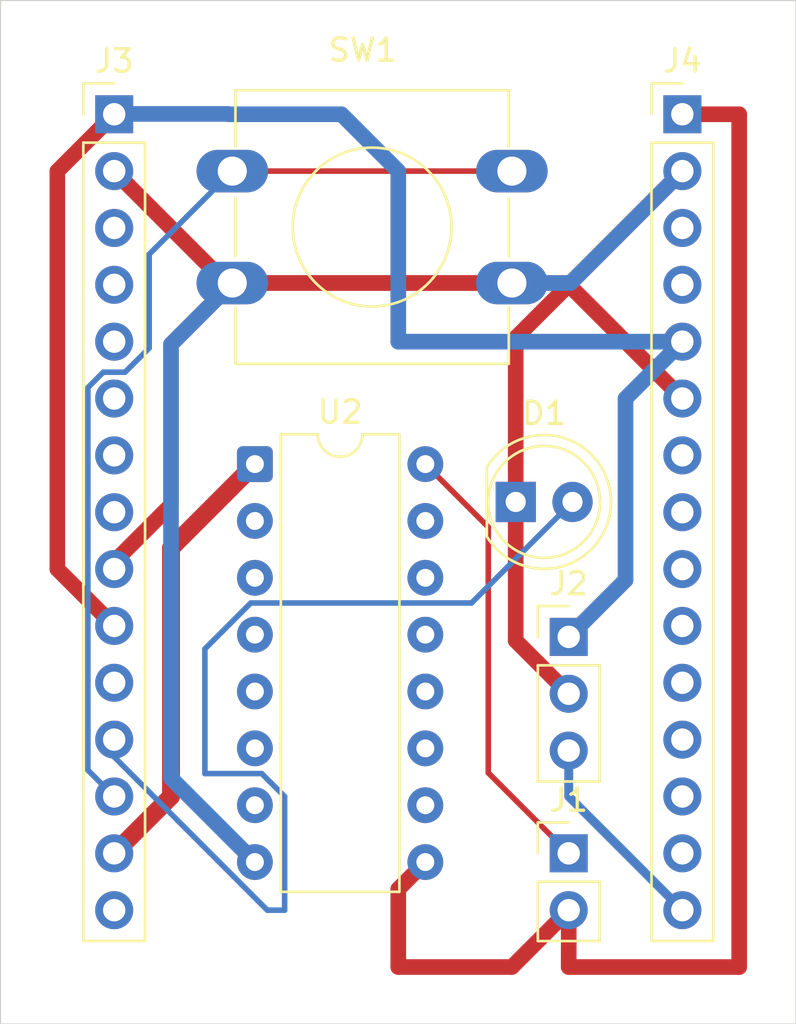
<source format=kicad_pcb>
(kicad_pcb (version 20241229) (generator "pcbnew") (generator_version "9.0")
  (layers (0 "F.Cu" signal) (2 "B.Cu" signal) (13 "F.Paste" user) (15 "B.Paste" user) (5 "F.SilkS" user "F.Silkscreen") (7 "B.SilkS" user "B.Silkscreen") (1 "F.Mask" user) (3 "B.Mask" user) (25 "Edge.Cuts" user))
  (net 0 "")
  (net 1 "/GND")
  (net 2 "/D3")
  (net 3 "Net-(J1-Pin_1)")
  (net 4 "/VIN")
  (net 5 "/3V3")
  (net 6 "/A0")
  (net 7 "/D8")
  (net 8 "/RX")
  (net 9 "/D2")
  (net 10 "/D6")
  (net 11 "/D1")
  (net 12 "/D0")
  (net 13 "/D7")
  (net 14 "/TX")
  (net 15 "/D4")
  (net 16 "/SO0")
  (net 17 "/EN")
  (net 18 "/RSV")
  (net 19 "/RSU")
  (net 20 "/SD3")
  (net 21 "/RST")
  (net 22 "/CLK")
  (net 23 "/SD2")
  (net 24 "/CMD")
  (net 25 "/SD1")
  (net 38 "/D5")
  (footprint "LED_THT:LED_D5.0mm" (layer "F.Cu") (at 150.03 78.28)
    (property "Reference" "D1" (at 1.27 -3.96 0) (layer "F.SilkS"))
    (property "Value" "LED")
    (fp_line (start -1.29 -1.545) (end -1.29 1.545) (stroke (width 0.12)) (layer "F.SilkS"))
    (fp_arc (start -1.29 -1.54483) (mid 2.071779 -2.880495) (end 4.26 0) (stroke (width 0.12)) (layer "F.SilkS"))
    (fp_arc (start 4.26 0) (mid 2.071779 2.880495) (end -1.29 1.54483) (stroke (width 0.12)) (layer "F.SilkS"))
    (fp_circle (center 1.27 0) (end 3.77 0) (stroke (width 0.12)) (fill no) (layer "F.SilkS"))
    (pad "1" thru_hole rect (at 0 0) (size 1.8 1.8) (drill 0.9) (layers "*.Cu" "*.Mask") (net 1 "/GND"))
    (pad "2" thru_hole circle (at 2.54 0) (size 1.8 1.8) (drill 0.9) (layers "*.Cu" "*.Mask") (net 2 "/D3"))
  )
  (footprint "Connector_PinHeader_2.54mm:PinHeader_1x15_P2.54mm_Vertical" (layer "F.Cu") (at 132.08 60.96)
    (property "Reference" "J3" (at 0 -2.38 0) (layer "F.SilkS"))
    (property "Value" "Conn_01x15")
    (fp_line (start -1.38 -1.38) (end 0 -1.38) (stroke (width 0.12)) (layer "F.SilkS"))
    (fp_line (start -1.38 0) (end -1.38 -1.38) (stroke (width 0.12)) (layer "F.SilkS"))
    (fp_line (start -1.38 1.27) (end -1.38 36.94) (stroke (width 0.12)) (layer "F.SilkS"))
    (fp_line (start -1.38 1.27) (end 1.38 1.27) (stroke (width 0.12)) (layer "F.SilkS"))
    (fp_line (start -1.38 36.94) (end 1.38 36.94) (stroke (width 0.12)) (layer "F.SilkS"))
    (fp_line (start 1.38 1.27) (end 1.38 36.94) (stroke (width 0.12)) (layer "F.SilkS"))
    (pad "1" thru_hole rect (at 0 0) (size 1.7 1.7) (drill 1) (layers "*.Cu" "*.Mask") (net 5 "/3V3"))
    (pad "2" thru_hole circle (at 0 2.54) (size 1.7 1.7) (drill 1) (layers "*.Cu" "*.Mask") (net 1 "/GND"))
    (pad "3" thru_hole circle (at 0 5.08) (size 1.7 1.7) (drill 1) (layers "*.Cu" "*.Mask") (net 14 "/TX"))
    (pad "4" thru_hole circle (at 0 7.62) (size 1.7 1.7) (drill 1) (layers "*.Cu" "*.Mask") (net 8 "/RX"))
    (pad "5" thru_hole circle (at 0 10.16) (size 1.7 1.7) (drill 1) (layers "*.Cu" "*.Mask") (net 7 "/D8"))
    (pad "6" thru_hole circle (at 0 12.7) (size 1.7 1.7) (drill 1) (layers "*.Cu" "*.Mask") (net 13 "/D7"))
    (pad "7" thru_hole circle (at 0 15.24) (size 1.7 1.7) (drill 1) (layers "*.Cu" "*.Mask") (net 10 "/D6"))
    (pad "8" thru_hole circle (at 0 17.78) (size 1.7 1.7) (drill 1) (layers "*.Cu" "*.Mask") (net 38 "/D5"))
    (pad "9" thru_hole circle (at 0 20.32) (size 1.7 1.7) (drill 1) (layers "*.Cu" "*.Mask") (net 1 "/GND"))
    (pad "10" thru_hole circle (at 0 22.86) (size 1.7 1.7) (drill 1) (layers "*.Cu" "*.Mask") (net 5 "/3V3"))
    (pad "11" thru_hole circle (at 0 25.4) (size 1.7 1.7) (drill 1) (layers "*.Cu" "*.Mask") (net 15 "/D4"))
    (pad "12" thru_hole circle (at 0 27.94) (size 1.7 1.7) (drill 1) (layers "*.Cu" "*.Mask") (net 2 "/D3"))
    (pad "13" thru_hole circle (at 0 30.48) (size 1.7 1.7) (drill 1) (layers "*.Cu" "*.Mask") (net 9 "/D2"))
    (pad "14" thru_hole circle (at 0 33.02) (size 1.7 1.7) (drill 1) (layers "*.Cu" "*.Mask") (net 11 "/D1"))
    (pad "15" thru_hole circle (at 0 35.56) (size 1.7 1.7) (drill 1) (layers "*.Cu" "*.Mask") (net 12 "/D0"))
  )
  (footprint "Package_DIP:DIP-16_W7.62mm" (layer "F.Cu") (at 138.37 76.59)
    (property "Reference" "U2" (at 3.81 -2.33 0) (layer "F.SilkS"))
    (property "Value" "ULN2003")
    (fp_line (start 1.16 -1.33) (end 1.16 19.11) (stroke (width 0.12)) (layer "F.SilkS"))
    (fp_line (start 1.16 19.11) (end 6.46 19.11) (stroke (width 0.12)) (layer "F.SilkS"))
    (fp_line (start 2.81 -1.33) (end 1.16 -1.33) (stroke (width 0.12)) (layer "F.SilkS"))
    (fp_line (start 6.46 -1.33) (end 4.81 -1.33) (stroke (width 0.12)) (layer "F.SilkS"))
    (fp_line (start 6.46 19.11) (end 6.46 -1.33) (stroke (width 0.12)) (layer "F.SilkS"))
    (fp_arc (start 4.81 -1.33) (mid 3.81 -0.33) (end 2.81 -1.33) (stroke (width 0.12)) (layer "F.SilkS"))
    (pad "1" thru_hole roundrect (at 0 0) (size 1.6 1.6) (drill 0.8) (layers "*.Cu" "*.Mask") (roundrect_rratio 0.15625) (net 11 "/D1"))
    (pad "2" thru_hole circle (at 0 2.54) (size 1.6 1.6) (drill 0.8) (layers "*.Cu" "*.Mask"))
    (pad "3" thru_hole circle (at 0 5.08) (size 1.6 1.6) (drill 0.8) (layers "*.Cu" "*.Mask"))
    (pad "4" thru_hole circle (at 0 7.62) (size 1.6 1.6) (drill 0.8) (layers "*.Cu" "*.Mask"))
    (pad "5" thru_hole circle (at 0 10.16) (size 1.6 1.6) (drill 0.8) (layers "*.Cu" "*.Mask"))
    (pad "6" thru_hole circle (at 0 12.7) (size 1.6 1.6) (drill 0.8) (layers "*.Cu" "*.Mask"))
    (pad "7" thru_hole circle (at 0 15.24) (size 1.6 1.6) (drill 0.8) (layers "*.Cu" "*.Mask"))
    (pad "8" thru_hole circle (at 0 17.78) (size 1.6 1.6) (drill 0.8) (layers "*.Cu" "*.Mask") (net 1 "/GND"))
    (pad "9" thru_hole circle (at 7.62 17.78) (size 1.6 1.6) (drill 0.8) (layers "*.Cu" "*.Mask") (net 4 "/VIN"))
    (pad "10" thru_hole circle (at 7.62 15.24) (size 1.6 1.6) (drill 0.8) (layers "*.Cu" "*.Mask"))
    (pad "11" thru_hole circle (at 7.62 12.7) (size 1.6 1.6) (drill 0.8) (layers "*.Cu" "*.Mask"))
    (pad "12" thru_hole circle (at 7.62 10.16) (size 1.6 1.6) (drill 0.8) (layers "*.Cu" "*.Mask"))
    (pad "13" thru_hole circle (at 7.62 7.62) (size 1.6 1.6) (drill 0.8) (layers "*.Cu" "*.Mask"))
    (pad "14" thru_hole circle (at 7.62 5.08) (size 1.6 1.6) (drill 0.8) (layers "*.Cu" "*.Mask"))
    (pad "15" thru_hole circle (at 7.62 2.54) (size 1.6 1.6) (drill 0.8) (layers "*.Cu" "*.Mask"))
    (pad "16" thru_hole circle (at 7.62 0) (size 1.6 1.6) (drill 0.8) (layers "*.Cu" "*.Mask") (net 3 "Net-(J1-Pin_1)"))
  )
  (footprint "Connector_PinHeader_2.54mm:PinHeader_1x15_P2.54mm_Vertical" (layer "F.Cu") (at 157.48 60.96)
    (property "Reference" "J4" (at 0 -2.38 0) (layer "F.SilkS"))
    (property "Value" "Conn_01x15")
    (fp_line (start -1.38 -1.38) (end 0 -1.38) (stroke (width 0.12)) (layer "F.SilkS"))
    (fp_line (start -1.38 0) (end -1.38 -1.38) (stroke (width 0.12)) (layer "F.SilkS"))
    (fp_line (start -1.38 1.27) (end -1.38 36.94) (stroke (width 0.12)) (layer "F.SilkS"))
    (fp_line (start -1.38 1.27) (end 1.38 1.27) (stroke (width 0.12)) (layer "F.SilkS"))
    (fp_line (start -1.38 36.94) (end 1.38 36.94) (stroke (width 0.12)) (layer "F.SilkS"))
    (fp_line (start 1.38 1.27) (end 1.38 36.94) (stroke (width 0.12)) (layer "F.SilkS"))
    (pad "1" thru_hole rect (at 0 0) (size 1.7 1.7) (drill 1) (layers "*.Cu" "*.Mask") (net 4 "/VIN"))
    (pad "2" thru_hole circle (at 0 2.54) (size 1.7 1.7) (drill 1) (layers "*.Cu" "*.Mask") (net 1 "/GND"))
    (pad "3" thru_hole circle (at 0 5.08) (size 1.7 1.7) (drill 1) (layers "*.Cu" "*.Mask") (net 21 "/RST"))
    (pad "4" thru_hole circle (at 0 7.62) (size 1.7 1.7) (drill 1) (layers "*.Cu" "*.Mask") (net 17 "/EN"))
    (pad "5" thru_hole circle (at 0 10.16) (size 1.7 1.7) (drill 1) (layers "*.Cu" "*.Mask") (net 5 "/3V3"))
    (pad "6" thru_hole circle (at 0 12.7) (size 1.7 1.7) (drill 1) (layers "*.Cu" "*.Mask") (net 1 "/GND"))
    (pad "7" thru_hole circle (at 0 15.24) (size 1.7 1.7) (drill 1) (layers "*.Cu" "*.Mask") (net 22 "/CLK"))
    (pad "8" thru_hole circle (at 0 17.78) (size 1.7 1.7) (drill 1) (layers "*.Cu" "*.Mask") (net 16 "/SO0"))
    (pad "9" thru_hole circle (at 0 20.32) (size 1.7 1.7) (drill 1) (layers "*.Cu" "*.Mask") (net 24 "/CMD"))
    (pad "10" thru_hole circle (at 0 22.86) (size 1.7 1.7) (drill 1) (layers "*.Cu" "*.Mask") (net 25 "/SD1"))
    (pad "11" thru_hole circle (at 0 25.4) (size 1.7 1.7) (drill 1) (layers "*.Cu" "*.Mask") (net 23 "/SD2"))
    (pad "12" thru_hole circle (at 0 27.94) (size 1.7 1.7) (drill 1) (layers "*.Cu" "*.Mask") (net 20 "/SD3"))
    (pad "13" thru_hole circle (at 0 30.48) (size 1.7 1.7) (drill 1) (layers "*.Cu" "*.Mask") (net 19 "/RSU"))
    (pad "14" thru_hole circle (at 0 33.02) (size 1.7 1.7) (drill 1) (layers "*.Cu" "*.Mask") (net 18 "/RSV"))
    (pad "15" thru_hole circle (at 0 35.56) (size 1.7 1.7) (drill 1) (layers "*.Cu" "*.Mask") (net 6 "/A0"))
  )
  (footprint "Connector_PinHeader_2.54mm:PinHeader_1x02_P2.54mm_Vertical" (layer "F.Cu") (at 152.4 93.98)
    (property "Reference" "J1" (at 0 -2.38 0) (layer "F.SilkS"))
    (property "Value" "Screw_Terminal_01x02")
    (fp_line (start -1.38 -1.38) (end 0 -1.38) (stroke (width 0.12)) (layer "F.SilkS"))
    (fp_line (start -1.38 0) (end -1.38 -1.38) (stroke (width 0.12)) (layer "F.SilkS"))
    (fp_line (start -1.38 1.27) (end -1.38 3.92) (stroke (width 0.12)) (layer "F.SilkS"))
    (fp_line (start -1.38 1.27) (end 1.38 1.27) (stroke (width 0.12)) (layer "F.SilkS"))
    (fp_line (start -1.38 3.92) (end 1.38 3.92) (stroke (width 0.12)) (layer "F.SilkS"))
    (fp_line (start 1.38 1.27) (end 1.38 3.92) (stroke (width 0.12)) (layer "F.SilkS"))
    (pad "1" thru_hole rect (at 0 0) (size 1.7 1.7) (drill 1) (layers "*.Cu" "*.Mask") (net 3 "Net-(J1-Pin_1)"))
    (pad "2" thru_hole circle (at 0 2.54) (size 1.7 1.7) (drill 1) (layers "*.Cu" "*.Mask") (net 4 "/VIN"))
  )
  (footprint "Connector_PinHeader_2.54mm:PinHeader_1x03_P2.54mm_Vertical" (layer "F.Cu") (at 152.4 84.31)
    (property "Reference" "J2" (at 0 -2.38 0) (layer "F.SilkS"))
    (property "Value" "Screw_Terminal_01x03")
    (fp_line (start -1.38 -1.38) (end 0 -1.38) (stroke (width 0.12)) (layer "F.SilkS"))
    (fp_line (start -1.38 0) (end -1.38 -1.38) (stroke (width 0.12)) (layer "F.SilkS"))
    (fp_line (start -1.38 1.27) (end -1.38 6.46) (stroke (width 0.12)) (layer "F.SilkS"))
    (fp_line (start -1.38 1.27) (end 1.38 1.27) (stroke (width 0.12)) (layer "F.SilkS"))
    (fp_line (start -1.38 6.46) (end 1.38 6.46) (stroke (width 0.12)) (layer "F.SilkS"))
    (fp_line (start 1.38 1.27) (end 1.38 6.46) (stroke (width 0.12)) (layer "F.SilkS"))
    (pad "1" thru_hole rect (at 0 0) (size 1.7 1.7) (drill 1) (layers "*.Cu" "*.Mask") (net 5 "/3V3"))
    (pad "2" thru_hole circle (at 0 2.54) (size 1.7 1.7) (drill 1) (layers "*.Cu" "*.Mask") (net 1 "/GND"))
    (pad "3" thru_hole circle (at 0 5.08) (size 1.7 1.7) (drill 1) (layers "*.Cu" "*.Mask") (net 6 "/A0"))
  )
  (footprint "Button_Switch_THT:SW_PUSH-12mm" (layer "F.Cu") (at 137.36 63.5)
    (property "Reference" "SW1" (at 5.83 -5.41 0) (layer "F.SilkS"))
    (property "Value" "SW_Push")
    (fp_line (start 0.14 -3.61) (end 0.14 -1.1) (stroke (width 0.12)) (layer "F.SilkS"))
    (fp_line (start 0.14 -3.61) (end 12.36 -3.61) (stroke (width 0.12)) (layer "F.SilkS"))
    (fp_line (start 0.14 1.2) (end 0.14 3.8) (stroke (width 0.12)) (layer "F.SilkS"))
    (fp_line (start 0.14 6.1) (end 0.14 8.61) (stroke (width 0.12)) (layer "F.SilkS"))
    (fp_line (start 12.36 -3.61) (end 12.36 -1.1) (stroke (width 0.12)) (layer "F.SilkS"))
    (fp_line (start 12.36 1.2) (end 12.36 3.8) (stroke (width 0.12)) (layer "F.SilkS"))
    (fp_line (start 12.36 6.1) (end 12.36 8.61) (stroke (width 0.12)) (layer "F.SilkS"))
    (fp_line (start 12.36 8.61) (end 0.14 8.61) (stroke (width 0.12)) (layer "F.SilkS"))
    (fp_circle (center 6.25 2.5) (end 9.8 2.5) (stroke (width 0.12)) (fill no) (layer "F.SilkS"))
    (pad "1" thru_hole oval (at 0 0) (size 3.2 1.9) (drill 1.3) (layers "*.Cu" "*.Mask") (net 9 "/D2"))
    (pad "1" thru_hole oval (at 12.5 0) (size 3.2 1.9) (drill 1.3) (layers "*.Cu" "*.Mask") (net 9 "/D2"))
    (pad "2" thru_hole oval (at 0 5) (size 3.2 1.9) (drill 1.3) (layers "*.Cu" "*.Mask") (net 1 "/GND"))
    (pad "2" thru_hole oval (at 12.5 5) (size 3.2 1.9) (drill 1.3) (layers "*.Cu" "*.Mask") (net 1 "/GND"))
  )
  (gr_rect (start 127 55.88) (end 162.56 101.6) (stroke (width 0.05)) (fill no) (layer "Edge.Cuts"))
  (segment (start 134.62 78.418486) (end 134.62 71.24) (width 0.7) (layer "F.Cu") (net 1))
  (segment (start 157.48 63.5) (end 150.03 70.95) (width 0.7) (layer "F.Cu") (net 1))
  (segment (start 150.03 70.95) (end 150.03 78.28) (width 0.7) (layer "F.Cu") (net 1))
  (segment (start 149.86 68.5) (end 137.08 68.5) (width 0.7) (layer "F.Cu") (net 1))
  (segment (start 149.86 68.5) (end 137.36 68.5) (width 0.7) (layer "F.Cu") (net 1))
  (segment (start 132.08 80.958486) (end 134.62 78.418486) (width 0.7) (layer "F.Cu") (net 1))
  (segment (start 132.08 81.28) (end 132.08 80.958486) (width 0.25) (layer "F.Cu") (net 1))
  (segment (start 137.08 68.5) (end 132.08 63.5) (width 0.7) (layer "F.Cu") (net 1))
  (segment (start 150.03 78.28) (end 150.03 84.48) (width 0.7) (layer "F.Cu") (net 1))
  (segment (start 152.32 68.5) (end 157.48 73.66) (width 0.7) (layer "F.Cu") (net 1))
  (segment (start 150.03 84.48) (end 152.4 86.85) (width 0.7) (layer "F.Cu") (net 1))
  (segment (start 134.62 71.24) (end 137.36 68.5) (width 0.7) (layer "F.Cu") (net 1))
  (segment (start 149.86 68.5) (end 152.32 68.5) (width 0.7) (layer "F.Cu") (net 1))
  (segment (start 137.08 68.5) (end 137.36 68.5) (width 0.25) (layer "F.Cu") (net 1))
  (segment (start 152.48 68.5) (end 149.86 68.5) (width 0.7) (layer "B.Cu") (net 1))
  (segment (start 134.62 90.62) (end 138.37 94.37) (width 0.7) (layer "B.Cu") (net 1))
  (segment (start 134.62 71.24) (end 134.62 90.62) (width 0.7) (layer "B.Cu") (net 1))
  (segment (start 157.48 63.5) (end 152.48 68.5) (width 0.7) (layer "B.Cu") (net 1))
  (segment (start 137.36 68.5) (end 134.62 71.24) (width 0.7) (layer "B.Cu") (net 1))
  (segment (start 136.135998 90.416) (end 138.676 90.416) (width 0.25) (layer "B.Cu") (net 2))
  (segment (start 136.134199 90.414201) (end 136.135998 90.416) (width 0.25) (layer "B.Cu") (net 2))
  (segment (start 136.134199 84.845801) (end 136.134199 90.414201) (width 0.25) (layer "B.Cu") (net 2))
  (segment (start 138.676 90.416) (end 139.7 91.44) (width 0.25) (layer "B.Cu") (net 2))
  (segment (start 139.7 91.44) (end 139.7 96.52) (width 0.25) (layer "B.Cu") (net 2))
  (segment (start 139.7 96.52) (end 138.927595 96.52) (width 0.25) (layer "B.Cu") (net 2))
  (segment (start 152.57 78.28) (end 148.054 82.796) (width 0.25) (layer "B.Cu") (net 2))
  (segment (start 132.08 89.672405) (end 132.08 88.9) (width 0.25) (layer "B.Cu") (net 2))
  (segment (start 138.184 82.796) (end 136.134199 84.845801) (width 0.25) (layer "B.Cu") (net 2))
  (segment (start 138.927595 96.52) (end 132.08 89.672405) (width 0.25) (layer "B.Cu") (net 2))
  (segment (start 148.054 82.796) (end 138.184 82.796) (width 0.25) (layer "B.Cu") (net 2))
  (segment (start 148.804 79.404) (end 148.804 90.384) (width 0.25) (layer "F.Cu") (net 3))
  (segment (start 145.99 76.59) (end 148.804 79.404) (width 0.25) (layer "F.Cu") (net 3))
  (segment (start 148.804 90.384) (end 152.4 93.98) (width 0.25) (layer "F.Cu") (net 3))
  (segment (start 152.4 96.52) (end 152.4 99.06) (width 0.7) (layer "F.Cu") (net 4))
  (segment (start 144.78 95.58) (end 145.99 94.37) (width 0.7) (layer "F.Cu") (net 4))
  (segment (start 152.4 96.52) (end 149.86 99.06) (width 0.7) (layer "F.Cu") (net 4))
  (segment (start 149.86 99.06) (end 144.78 99.06) (width 0.7) (layer "F.Cu") (net 4))
  (segment (start 160.02 99.06) (end 160.02 60.96) (width 0.7) (layer "F.Cu") (net 4))
  (segment (start 160.02 60.96) (end 157.48 60.96) (width 0.7) (layer "F.Cu") (net 4))
  (segment (start 144.78 99.06) (end 144.78 95.58) (width 0.7) (layer "F.Cu") (net 4))
  (segment (start 152.4 99.06) (end 160.02 99.06) (width 0.7) (layer "F.Cu") (net 4))
  (segment (start 129.54 63.5) (end 129.54 81.28) (width 0.7) (layer "F.Cu") (net 5))
  (segment (start 129.54 81.28) (end 132.08 83.82) (width 0.7) (layer "F.Cu") (net 5))
  (segment (start 132.08 60.96) (end 129.54 63.5) (width 0.7) (layer "F.Cu") (net 5))
  (segment (start 144.78 63.5) (end 144.78 71.12) (width 0.7) (layer "B.Cu") (net 5))
  (segment (start 137.188635 60.96) (end 142.24 60.96) (width 0.7) (layer "B.Cu") (net 5))
  (segment (start 142.24 60.96) (end 144.78 63.5) (width 0.7) (layer "B.Cu") (net 5))
  (segment (start 144.78 71.12) (end 157.48 71.12) (width 0.7) (layer "B.Cu") (net 5))
  (segment (start 152.4 84.31) (end 154.94 81.77) (width 0.7) (layer "B.Cu") (net 5))
  (segment (start 132.08 60.96) (end 132.095213 60.944787) (width 0.5) (layer "B.Cu") (net 5))
  (segment (start 154.94 73.66) (end 157.48 71.12) (width 0.7) (layer "B.Cu") (net 5))
  (segment (start 137.173422 60.944787) (end 137.188635 60.96) (width 0.5) (layer "B.Cu") (net 5))
  (segment (start 132.095213 60.944787) (end 137.173422 60.944787) (width 0.7) (layer "B.Cu") (net 5))
  (segment (start 154.94 81.77) (end 154.94 73.66) (width 0.7) (layer "B.Cu") (net 5))
  (segment (start 152.4 91.44) (end 152.4 89.39) (width 0.4) (layer "B.Cu") (net 6))
  (segment (start 157.48 96.52) (end 152.4 91.44) (width 0.4) (layer "B.Cu") (net 6))
  (segment (start 137.36 63.5) (end 149.86 63.5) (width 0.25) (layer "F.Cu") (net 9))
  (segment (start 132.567116 72.484) (end 131.592884 72.484) (width 0.25) (layer "B.Cu") (net 9))
  (segment (start 133.644 67.216) (end 133.644 71.407116) (width 0.25) (layer "B.Cu") (net 9))
  (segment (start 131.592884 72.484) (end 130.904 73.172884) (width 0.25) (layer "B.Cu") (net 9))
  (segment (start 130.904 90.264) (end 132.08 91.44) (width 0.25) (layer "B.Cu") (net 9))
  (segment (start 137.36 63.5) (end 133.644 67.216) (width 0.25) (layer "B.Cu") (net 9))
  (segment (start 133.644 71.407116) (end 132.567116 72.484) (width 0.25) (layer "B.Cu") (net 9))
  (segment (start 130.904 73.172884) (end 130.904 90.264) (width 0.25) (layer "B.Cu") (net 9))
  (segment (start 134.62 80.34) (end 138.37 76.59) (width 0.8) (layer "F.Cu") (net 11))
  (segment (start 132.08 93.98) (end 134.62 91.44) (width 0.8) (layer "F.Cu") (net 11))
  (segment (start 134.62 91.44) (end 134.62 80.34) (width 0.8) (layer "F.Cu") (net 11))
)
</source>
